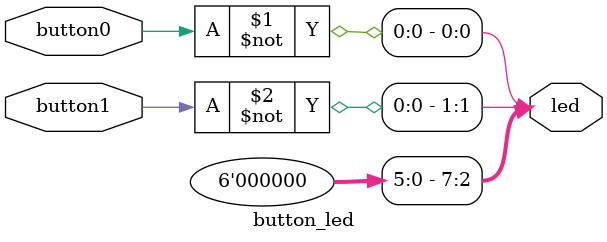
<source format=v>
/* Buttons directly connected to leds. */

module button_led
(
    input wire button0,
    input wire button1,
    output wire [7:0] led
);

assign led[0] = ~button0;
assign led[1] = ~button1;

assign led[7:2] = 0;

endmodule

</source>
